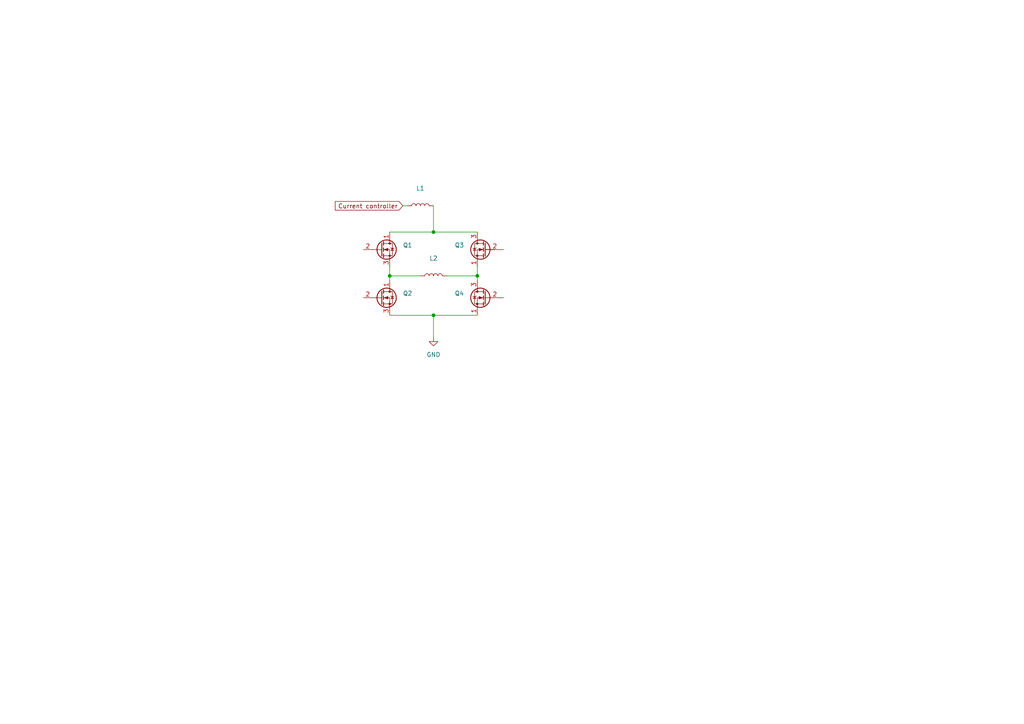
<source format=kicad_sch>
(kicad_sch (version 20230121) (generator eeschema)
  (paper "A4")
  (lib_symbols
    (symbol "Device:L" (pin_numbers hide) (pin_names (offset 1.016) hide)
      (property "Reference" "L" (at -1.27 0 90))
      (property "Value" "L" (at 1.905 0 90))
      (symbol "L_0_1"
        (arc (start 0 -2.54) (mid 0.6323 -1.905) (end 0 -1.27))
        (arc (start 0 -1.27) (mid 0.6323 -0.635) (end 0 0))
        (arc (start 0 0) (mid 0.6323 0.635) (end 0 1.27))
        (arc (start 0 1.27) (mid 0.6323 1.905) (end 0 2.54))
      )
      (symbol "L_1_1"
        (pin passive line (at 0 3.81 270) (length 1.27) (name "1") (number "1"))
        (pin passive line (at 0 -3.81 90) (length 1.27) (name "2") (number "2"))
      )
    )
    (symbol "Device:Q_NMOS_DGS" (pin_names (offset 0) hide)
      (property "Reference" "Q" (at 5.08 1.27 0))
      (property "Value" "Q_NMOS_DGS" (at 5.08 -1.27 0))
      (symbol "Q_NMOS_DGS_0_1"
        (polyline (pts (xy 0.254 0) (xy -2.54 0)))
        (polyline (pts (xy 0.254 1.905) (xy 0.254 -1.905)) (stroke (width 0.254)))
        (polyline (pts (xy 0.762 -1.27) (xy 0.762 -2.286)) (stroke (width 0.254)))
        (polyline (pts (xy 0.762 0.508) (xy 0.762 -0.508)) (stroke (width 0.254)))
        (polyline (pts (xy 0.762 2.286) (xy 0.762 1.27)) (stroke (width 0.254)))
        (polyline (pts (xy 2.54 2.54) (xy 2.54 1.778)))
        (polyline (pts (xy 2.54 -2.54) (xy 2.54 0) (xy 0.762 0)))
        (polyline (pts (xy 0.762 -1.778) (xy 3.302 -1.778) (xy 3.302 1.778) (xy 0.762 1.778)))
        (polyline (pts (xy 1.016 0) (xy 2.032 0.381) (xy 2.032 -0.381) (xy 1.016 0)) (fill (type outline)))
        (polyline (pts (xy 2.794 0.508) (xy 2.921 0.381) (xy 3.683 0.381) (xy 3.81 0.254)))
        (polyline (pts (xy 3.302 0.381) (xy 2.921 -0.254) (xy 3.683 -0.254) (xy 3.302 0.381)))
        (circle (center 1.651 0) (radius 2.794) (stroke (width 0.254)))
        (circle (center 2.54 -1.778) (radius 0.254) (fill (type outline)))
        (circle (center 2.54 1.778) (radius 0.254) (fill (type outline)))
      )
      (symbol "Q_NMOS_DGS_1_1"
        (pin passive line (at 2.54 5.08 270) (length 2.54) (name "D") (number "1"))
        (pin input line (at -5.08 0 0) (length 2.54) (name "G") (number "2"))
        (pin passive line (at 2.54 -5.08 90) (length 2.54) (name "S") (number "3"))
      )
    )
    (symbol "Device:Q_NMOS_SGD" (pin_names (offset 0) hide)
      (property "Reference" "Q" (at 5.08 1.27 0))
      (property "Value" "Q_NMOS_SGD" (at 5.08 -1.27 0))
      (symbol "Q_NMOS_SGD_0_1"
        (polyline (pts (xy 0.254 0) (xy -2.54 0)))
        (polyline (pts (xy 0.254 1.905) (xy 0.254 -1.905)) (stroke (width 0.254)))
        (polyline (pts (xy 0.762 -1.27) (xy 0.762 -2.286)) (stroke (width 0.254)))
        (polyline (pts (xy 0.762 0.508) (xy 0.762 -0.508)) (stroke (width 0.254)))
        (polyline (pts (xy 0.762 2.286) (xy 0.762 1.27)) (stroke (width 0.254)))
        (polyline (pts (xy 2.54 2.54) (xy 2.54 1.778)))
        (polyline (pts (xy 2.54 -2.54) (xy 2.54 0) (xy 0.762 0)))
        (polyline (pts (xy 0.762 -1.778) (xy 3.302 -1.778) (xy 3.302 1.778) (xy 0.762 1.778)))
        (polyline (pts (xy 1.016 0) (xy 2.032 0.381) (xy 2.032 -0.381) (xy 1.016 0)) (fill (type outline)))
        (polyline (pts (xy 2.794 0.508) (xy 2.921 0.381) (xy 3.683 0.381) (xy 3.81 0.254)))
        (polyline (pts (xy 3.302 0.381) (xy 2.921 -0.254) (xy 3.683 -0.254) (xy 3.302 0.381)))
        (circle (center 1.651 0) (radius 2.794) (stroke (width 0.254)))
        (circle (center 2.54 -1.778) (radius 0.254) (fill (type outline)))
        (circle (center 2.54 1.778) (radius 0.254) (fill (type outline)))
      )
      (symbol "Q_NMOS_SGD_1_1"
        (pin passive line (at 2.54 -5.08 90) (length 2.54) (name "S") (number "1"))
        (pin input line (at -5.08 0 0) (length 5.08) (name "G") (number "2"))
        (pin passive line (at 2.54 5.08 270) (length 2.54) (name "D") (number "3"))
      )
    )
    (symbol "power:GND" (power) (pin_names (offset 0))
      (property "Value" "GND" (at 0 -3.81 0))
      (symbol "GND_0_1"
        (polyline (pts (xy 0 0) (xy 0 -1.27) (xy 1.27 -1.27) (xy 0 -2.54) (xy -1.27 -1.27) (xy 0 -1.27)))
      )
      (symbol "GND_1_1"
        (pin power_in line (at 0 0 270) (length 0) hide (name "GND") (number "1"))
      )
    )
  )
  (junction (at 125.73 67.31))
  (junction (at 125.73 91.44))
  (junction (at 113.03 80.01))
  (junction (at 138.43 80.01))
  (wire (pts (xy 138.43 80.01) (xy 138.43 81.28)))
  (wire (pts (xy 113.03 80.01) (xy 121.92 80.01)))
  (wire (pts (xy 125.73 67.31) (xy 138.43 67.31)))
  (wire (pts (xy 113.03 77.47) (xy 113.03 80.01)))
  (wire (pts (xy 116.84 59.69) (xy 118.11 59.69)))
  (wire (pts (xy 129.54 80.01) (xy 138.43 80.01)))
  (wire (pts (xy 125.73 91.44) (xy 125.73 97.79)))
  (wire (pts (xy 113.03 91.44) (xy 125.73 91.44)))
  (wire (pts (xy 125.73 91.44) (xy 138.43 91.44)))
  (wire (pts (xy 113.03 80.01) (xy 113.03 81.28)))
  (wire (pts (xy 125.73 59.69) (xy 125.73 67.31)))
  (wire (pts (xy 113.03 67.31) (xy 125.73 67.31)))
  (wire (pts (xy 138.43 77.47) (xy 138.43 80.01)))
  (global_label "Current controller" (shape input) (at 116.84 59.69 180) (property "Intersheetrefs" "${INTERSHEET_REFS}" (effects hide)))
  (symbol (lib_id "Device:Q_NMOS_DGS") (at 110.49 72.39 0) (unit 1)
    (property "Reference" "Q1" (at 116.84 71.12 0) (effects (justify left)))
    (property "Value" "Q_NMOS_DGS" (effects hide))
  )
  (symbol (lib_id "power:GND") (at 125.73 97.79 0) (unit 1)
    (property "Reference" "#PWR01" (effects hide))
    (property "Value" "GND" (at 125.73 102.87 0))
  )
  (symbol (lib_id "Device:Q_NMOS_SGD") (at 140.97 86.36 0) (mirror y) (unit 1)
    (property "Reference" "Q4" (at 134.62 85.09 0) (effects (justify left)))
    (property "Value" "Q_NMOS_SGD" (effects hide))
  )
  (symbol (lib_id "Device:Q_NMOS_DGS") (at 110.49 86.36 0) (unit 1)
    (property "Reference" "Q2" (at 116.84 85.09 0) (effects (justify left)))
    (property "Value" "Q_NMOS_DGS" (effects hide))
  )
  (symbol (lib_id "Device:L") (at 121.92 59.69 90) (unit 1)
    (property "Reference" "L1" (at 121.92 54.61 90))
    (property "Value" "L" (effects hide))
  )
  (symbol (lib_id "Device:Q_NMOS_SGD") (at 140.97 72.39 0) (mirror y) (unit 1)
    (property "Reference" "Q3" (at 134.62 71.12 0) (effects (justify left)))
    (property "Value" "Q_NMOS_SGD" (effects hide))
  )
  (symbol (lib_id "Device:L") (at 125.73 80.01 90) (unit 1)
    (property "Reference" "L2" (at 125.73 74.93 90))
    (property "Value" "L" (effects hide))
  )
)
</source>
